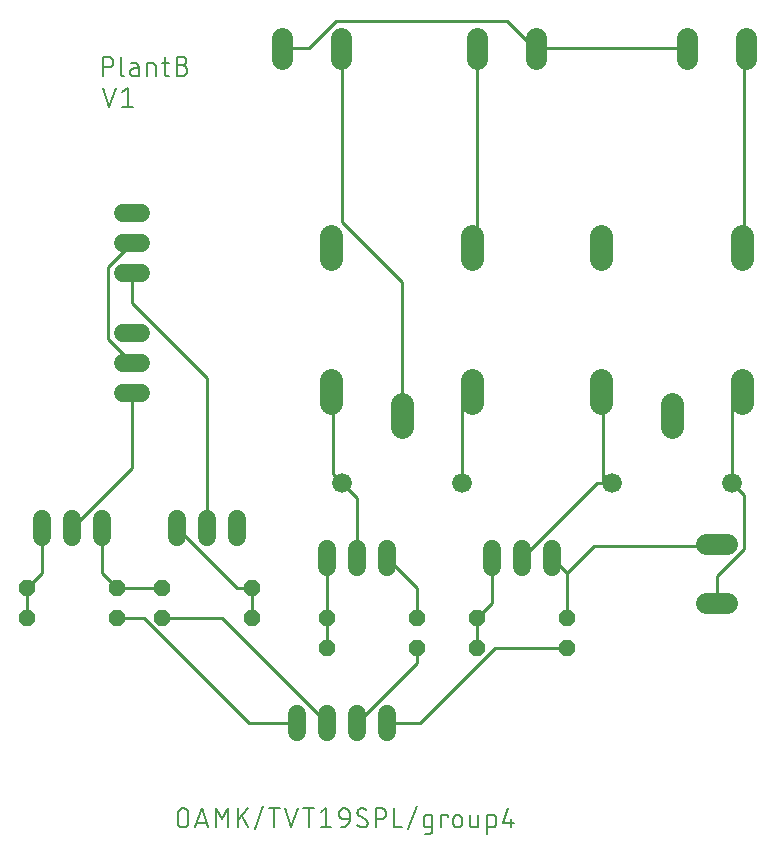
<source format=gbr>
G04 EAGLE Gerber RS-274X export*
G75*
%MOMM*%
%FSLAX34Y34*%
%LPD*%
%INTop Copper*%
%IPPOS*%
%AMOC8*
5,1,8,0,0,1.08239X$1,22.5*%
G01*
%ADD10C,0.152400*%
%ADD11C,1.790700*%
%ADD12C,1.981200*%
%ADD13C,1.524000*%
%ADD14P,1.429621X8X202.500000*%
%ADD15C,1.508000*%
%ADD16P,1.429621X8X22.500000*%
%ADD17C,1.676400*%
%ADD18C,0.254000*%


D10*
X178562Y30678D02*
X178562Y37902D01*
X178564Y38035D01*
X178570Y38167D01*
X178580Y38299D01*
X178593Y38431D01*
X178611Y38563D01*
X178632Y38693D01*
X178657Y38824D01*
X178686Y38953D01*
X178719Y39081D01*
X178755Y39209D01*
X178795Y39335D01*
X178839Y39460D01*
X178887Y39584D01*
X178938Y39706D01*
X178993Y39827D01*
X179051Y39946D01*
X179113Y40064D01*
X179178Y40179D01*
X179247Y40293D01*
X179318Y40404D01*
X179394Y40513D01*
X179472Y40620D01*
X179553Y40725D01*
X179638Y40827D01*
X179725Y40927D01*
X179815Y41024D01*
X179908Y41119D01*
X180004Y41210D01*
X180102Y41299D01*
X180203Y41385D01*
X180307Y41468D01*
X180413Y41548D01*
X180521Y41624D01*
X180631Y41698D01*
X180744Y41768D01*
X180858Y41835D01*
X180975Y41898D01*
X181093Y41958D01*
X181213Y42015D01*
X181335Y42068D01*
X181458Y42117D01*
X181582Y42163D01*
X181708Y42205D01*
X181835Y42243D01*
X181963Y42278D01*
X182092Y42309D01*
X182221Y42336D01*
X182352Y42359D01*
X182483Y42379D01*
X182615Y42394D01*
X182747Y42406D01*
X182879Y42414D01*
X183012Y42418D01*
X183144Y42418D01*
X183277Y42414D01*
X183409Y42406D01*
X183541Y42394D01*
X183673Y42379D01*
X183804Y42359D01*
X183935Y42336D01*
X184064Y42309D01*
X184193Y42278D01*
X184321Y42243D01*
X184448Y42205D01*
X184574Y42163D01*
X184698Y42117D01*
X184821Y42068D01*
X184943Y42015D01*
X185063Y41958D01*
X185181Y41898D01*
X185298Y41835D01*
X185412Y41768D01*
X185525Y41698D01*
X185635Y41624D01*
X185743Y41548D01*
X185849Y41468D01*
X185953Y41385D01*
X186054Y41299D01*
X186152Y41210D01*
X186248Y41119D01*
X186341Y41024D01*
X186431Y40927D01*
X186518Y40827D01*
X186603Y40725D01*
X186684Y40620D01*
X186762Y40513D01*
X186838Y40404D01*
X186909Y40293D01*
X186978Y40179D01*
X187043Y40064D01*
X187105Y39946D01*
X187163Y39827D01*
X187218Y39706D01*
X187269Y39584D01*
X187317Y39460D01*
X187361Y39335D01*
X187401Y39209D01*
X187437Y39081D01*
X187470Y38953D01*
X187499Y38824D01*
X187524Y38693D01*
X187545Y38563D01*
X187563Y38431D01*
X187576Y38299D01*
X187586Y38167D01*
X187592Y38035D01*
X187594Y37902D01*
X187593Y37902D02*
X187593Y30678D01*
X187594Y30678D02*
X187592Y30545D01*
X187586Y30413D01*
X187576Y30281D01*
X187563Y30149D01*
X187545Y30017D01*
X187524Y29887D01*
X187499Y29756D01*
X187470Y29627D01*
X187437Y29499D01*
X187401Y29371D01*
X187361Y29245D01*
X187317Y29120D01*
X187269Y28996D01*
X187218Y28874D01*
X187163Y28753D01*
X187105Y28634D01*
X187043Y28516D01*
X186978Y28401D01*
X186909Y28287D01*
X186838Y28176D01*
X186762Y28067D01*
X186684Y27960D01*
X186603Y27855D01*
X186518Y27753D01*
X186431Y27653D01*
X186341Y27556D01*
X186248Y27461D01*
X186152Y27370D01*
X186054Y27281D01*
X185953Y27195D01*
X185849Y27112D01*
X185743Y27032D01*
X185635Y26956D01*
X185525Y26882D01*
X185412Y26812D01*
X185298Y26745D01*
X185181Y26682D01*
X185063Y26622D01*
X184943Y26565D01*
X184821Y26512D01*
X184698Y26463D01*
X184574Y26417D01*
X184448Y26375D01*
X184321Y26337D01*
X184193Y26302D01*
X184064Y26271D01*
X183935Y26244D01*
X183804Y26221D01*
X183673Y26201D01*
X183541Y26186D01*
X183409Y26174D01*
X183277Y26166D01*
X183144Y26162D01*
X183012Y26162D01*
X182879Y26166D01*
X182747Y26174D01*
X182615Y26186D01*
X182483Y26201D01*
X182352Y26221D01*
X182221Y26244D01*
X182092Y26271D01*
X181963Y26302D01*
X181835Y26337D01*
X181708Y26375D01*
X181582Y26417D01*
X181458Y26463D01*
X181335Y26512D01*
X181213Y26565D01*
X181093Y26622D01*
X180975Y26682D01*
X180858Y26745D01*
X180744Y26812D01*
X180631Y26882D01*
X180521Y26956D01*
X180413Y27032D01*
X180307Y27112D01*
X180203Y27195D01*
X180102Y27281D01*
X180004Y27370D01*
X179908Y27461D01*
X179815Y27556D01*
X179725Y27653D01*
X179638Y27753D01*
X179553Y27855D01*
X179472Y27960D01*
X179394Y28067D01*
X179318Y28176D01*
X179247Y28287D01*
X179178Y28401D01*
X179113Y28516D01*
X179051Y28634D01*
X178993Y28753D01*
X178938Y28874D01*
X178887Y28996D01*
X178839Y29120D01*
X178795Y29245D01*
X178755Y29371D01*
X178719Y29499D01*
X178686Y29627D01*
X178657Y29756D01*
X178632Y29887D01*
X178611Y30017D01*
X178593Y30149D01*
X178580Y30281D01*
X178570Y30413D01*
X178564Y30545D01*
X178562Y30678D01*
X193290Y26162D02*
X198709Y42418D01*
X204127Y26162D01*
X202773Y30226D02*
X194645Y30226D01*
X210485Y26162D02*
X210485Y42418D01*
X215903Y33387D01*
X221322Y42418D01*
X221322Y26162D01*
X229314Y26162D02*
X229314Y42418D01*
X238345Y42418D02*
X229314Y32484D01*
X232926Y36096D02*
X238345Y26162D01*
X243553Y24356D02*
X250778Y44224D01*
X260192Y42418D02*
X260192Y26162D01*
X255676Y42418D02*
X264707Y42418D01*
X269362Y42418D02*
X274781Y26162D01*
X280199Y42418D01*
X289370Y42418D02*
X289370Y26162D01*
X284854Y42418D02*
X293886Y42418D01*
X299444Y38806D02*
X303959Y42418D01*
X303959Y26162D01*
X299444Y26162D02*
X308475Y26162D01*
X318687Y33387D02*
X324106Y33387D01*
X318687Y33387D02*
X318569Y33389D01*
X318451Y33395D01*
X318333Y33404D01*
X318216Y33418D01*
X318099Y33435D01*
X317982Y33456D01*
X317867Y33481D01*
X317752Y33510D01*
X317638Y33543D01*
X317526Y33579D01*
X317415Y33619D01*
X317305Y33662D01*
X317196Y33709D01*
X317089Y33759D01*
X316984Y33814D01*
X316881Y33871D01*
X316780Y33932D01*
X316680Y33996D01*
X316583Y34063D01*
X316488Y34133D01*
X316396Y34207D01*
X316305Y34283D01*
X316218Y34363D01*
X316133Y34445D01*
X316051Y34530D01*
X315971Y34617D01*
X315895Y34708D01*
X315821Y34800D01*
X315751Y34895D01*
X315684Y34992D01*
X315620Y35092D01*
X315559Y35193D01*
X315502Y35296D01*
X315447Y35401D01*
X315397Y35508D01*
X315350Y35617D01*
X315307Y35727D01*
X315267Y35838D01*
X315231Y35950D01*
X315198Y36064D01*
X315169Y36179D01*
X315144Y36294D01*
X315123Y36411D01*
X315106Y36528D01*
X315092Y36645D01*
X315083Y36763D01*
X315077Y36881D01*
X315075Y36999D01*
X315075Y37902D01*
X315074Y37902D02*
X315076Y38035D01*
X315082Y38167D01*
X315092Y38299D01*
X315105Y38431D01*
X315123Y38563D01*
X315144Y38693D01*
X315169Y38824D01*
X315198Y38953D01*
X315231Y39081D01*
X315267Y39209D01*
X315307Y39335D01*
X315351Y39460D01*
X315399Y39584D01*
X315450Y39706D01*
X315505Y39827D01*
X315563Y39946D01*
X315625Y40064D01*
X315690Y40179D01*
X315759Y40293D01*
X315830Y40404D01*
X315906Y40513D01*
X315984Y40620D01*
X316065Y40725D01*
X316150Y40827D01*
X316237Y40927D01*
X316327Y41024D01*
X316420Y41119D01*
X316516Y41210D01*
X316614Y41299D01*
X316715Y41385D01*
X316819Y41468D01*
X316925Y41548D01*
X317033Y41624D01*
X317143Y41698D01*
X317256Y41768D01*
X317370Y41835D01*
X317487Y41898D01*
X317605Y41958D01*
X317725Y42015D01*
X317847Y42068D01*
X317970Y42117D01*
X318094Y42163D01*
X318220Y42205D01*
X318347Y42243D01*
X318475Y42278D01*
X318604Y42309D01*
X318733Y42336D01*
X318864Y42359D01*
X318995Y42379D01*
X319127Y42394D01*
X319259Y42406D01*
X319391Y42414D01*
X319524Y42418D01*
X319656Y42418D01*
X319789Y42414D01*
X319921Y42406D01*
X320053Y42394D01*
X320185Y42379D01*
X320316Y42359D01*
X320447Y42336D01*
X320576Y42309D01*
X320705Y42278D01*
X320833Y42243D01*
X320960Y42205D01*
X321086Y42163D01*
X321210Y42117D01*
X321333Y42068D01*
X321455Y42015D01*
X321575Y41958D01*
X321693Y41898D01*
X321810Y41835D01*
X321924Y41768D01*
X322037Y41698D01*
X322147Y41624D01*
X322255Y41548D01*
X322361Y41468D01*
X322465Y41385D01*
X322566Y41299D01*
X322664Y41210D01*
X322760Y41119D01*
X322853Y41024D01*
X322943Y40927D01*
X323030Y40827D01*
X323115Y40725D01*
X323196Y40620D01*
X323274Y40513D01*
X323350Y40404D01*
X323421Y40293D01*
X323490Y40179D01*
X323555Y40064D01*
X323617Y39946D01*
X323675Y39827D01*
X323730Y39706D01*
X323781Y39584D01*
X323829Y39460D01*
X323873Y39335D01*
X323913Y39209D01*
X323949Y39081D01*
X323982Y38953D01*
X324011Y38824D01*
X324036Y38693D01*
X324057Y38563D01*
X324075Y38431D01*
X324088Y38299D01*
X324098Y38167D01*
X324104Y38035D01*
X324106Y37902D01*
X324106Y33387D01*
X324104Y33212D01*
X324098Y33038D01*
X324087Y32864D01*
X324072Y32690D01*
X324053Y32516D01*
X324030Y32343D01*
X324003Y32171D01*
X323971Y31999D01*
X323936Y31828D01*
X323896Y31658D01*
X323852Y31489D01*
X323804Y31321D01*
X323752Y31154D01*
X323696Y30989D01*
X323636Y30825D01*
X323573Y30662D01*
X323505Y30502D01*
X323433Y30342D01*
X323358Y30185D01*
X323278Y30029D01*
X323195Y29876D01*
X323109Y29724D01*
X323018Y29575D01*
X322924Y29428D01*
X322827Y29283D01*
X322726Y29140D01*
X322622Y29000D01*
X322514Y28863D01*
X322403Y28728D01*
X322289Y28596D01*
X322172Y28467D01*
X322051Y28340D01*
X321928Y28217D01*
X321801Y28096D01*
X321672Y27979D01*
X321540Y27865D01*
X321405Y27754D01*
X321268Y27646D01*
X321128Y27542D01*
X320985Y27441D01*
X320840Y27344D01*
X320693Y27250D01*
X320544Y27159D01*
X320392Y27073D01*
X320239Y26990D01*
X320083Y26910D01*
X319926Y26835D01*
X319766Y26763D01*
X319606Y26695D01*
X319443Y26632D01*
X319279Y26572D01*
X319114Y26516D01*
X318947Y26464D01*
X318779Y26416D01*
X318610Y26372D01*
X318440Y26332D01*
X318269Y26297D01*
X318097Y26265D01*
X317925Y26238D01*
X317752Y26215D01*
X317578Y26196D01*
X317404Y26181D01*
X317230Y26170D01*
X317056Y26164D01*
X316881Y26162D01*
X335604Y26162D02*
X335722Y26164D01*
X335840Y26170D01*
X335958Y26179D01*
X336075Y26193D01*
X336192Y26210D01*
X336309Y26231D01*
X336424Y26256D01*
X336539Y26285D01*
X336653Y26318D01*
X336765Y26354D01*
X336876Y26394D01*
X336986Y26437D01*
X337095Y26484D01*
X337202Y26534D01*
X337307Y26589D01*
X337410Y26646D01*
X337511Y26707D01*
X337611Y26771D01*
X337708Y26838D01*
X337803Y26908D01*
X337895Y26982D01*
X337986Y27058D01*
X338073Y27138D01*
X338158Y27220D01*
X338240Y27305D01*
X338320Y27392D01*
X338396Y27483D01*
X338470Y27575D01*
X338540Y27670D01*
X338607Y27767D01*
X338671Y27867D01*
X338732Y27968D01*
X338789Y28071D01*
X338844Y28176D01*
X338894Y28283D01*
X338941Y28392D01*
X338984Y28502D01*
X339024Y28613D01*
X339060Y28725D01*
X339093Y28839D01*
X339122Y28954D01*
X339147Y29069D01*
X339168Y29186D01*
X339185Y29303D01*
X339199Y29420D01*
X339208Y29538D01*
X339214Y29656D01*
X339216Y29774D01*
X335604Y26162D02*
X335421Y26164D01*
X335239Y26171D01*
X335057Y26182D01*
X334875Y26197D01*
X334693Y26217D01*
X334512Y26240D01*
X334332Y26269D01*
X334152Y26301D01*
X333973Y26338D01*
X333796Y26379D01*
X333619Y26425D01*
X333443Y26474D01*
X333269Y26528D01*
X333095Y26586D01*
X332924Y26648D01*
X332754Y26714D01*
X332585Y26785D01*
X332418Y26859D01*
X332253Y26937D01*
X332090Y27019D01*
X331929Y27105D01*
X331770Y27195D01*
X331613Y27289D01*
X331459Y27386D01*
X331307Y27487D01*
X331157Y27592D01*
X331010Y27700D01*
X330866Y27811D01*
X330724Y27926D01*
X330585Y28045D01*
X330449Y28167D01*
X330316Y28292D01*
X330186Y28420D01*
X330637Y38806D02*
X330639Y38924D01*
X330645Y39042D01*
X330654Y39160D01*
X330668Y39277D01*
X330685Y39394D01*
X330706Y39511D01*
X330731Y39626D01*
X330760Y39741D01*
X330793Y39855D01*
X330829Y39967D01*
X330869Y40078D01*
X330912Y40188D01*
X330959Y40297D01*
X331009Y40404D01*
X331064Y40509D01*
X331121Y40612D01*
X331182Y40713D01*
X331246Y40813D01*
X331313Y40910D01*
X331383Y41005D01*
X331457Y41097D01*
X331533Y41188D01*
X331613Y41275D01*
X331695Y41360D01*
X331780Y41442D01*
X331867Y41522D01*
X331958Y41598D01*
X332050Y41672D01*
X332145Y41742D01*
X332242Y41809D01*
X332342Y41873D01*
X332443Y41934D01*
X332546Y41992D01*
X332651Y42046D01*
X332758Y42096D01*
X332867Y42143D01*
X332977Y42187D01*
X333088Y42226D01*
X333201Y42262D01*
X333314Y42295D01*
X333429Y42324D01*
X333544Y42349D01*
X333661Y42370D01*
X333778Y42387D01*
X333895Y42401D01*
X334013Y42410D01*
X334131Y42416D01*
X334249Y42418D01*
X334410Y42416D01*
X334572Y42410D01*
X334733Y42401D01*
X334894Y42387D01*
X335054Y42370D01*
X335214Y42349D01*
X335374Y42324D01*
X335533Y42295D01*
X335691Y42263D01*
X335848Y42227D01*
X336004Y42187D01*
X336160Y42143D01*
X336314Y42095D01*
X336467Y42044D01*
X336619Y41990D01*
X336770Y41931D01*
X336919Y41870D01*
X337066Y41804D01*
X337212Y41735D01*
X337357Y41663D01*
X337499Y41587D01*
X337640Y41508D01*
X337779Y41426D01*
X337915Y41340D01*
X338050Y41251D01*
X338183Y41159D01*
X338313Y41063D01*
X332442Y35645D02*
X332341Y35707D01*
X332241Y35772D01*
X332144Y35841D01*
X332049Y35913D01*
X331956Y35987D01*
X331866Y36065D01*
X331778Y36146D01*
X331693Y36229D01*
X331611Y36315D01*
X331532Y36404D01*
X331455Y36495D01*
X331382Y36589D01*
X331311Y36685D01*
X331244Y36783D01*
X331180Y36883D01*
X331119Y36986D01*
X331062Y37090D01*
X331008Y37196D01*
X330958Y37304D01*
X330911Y37413D01*
X330867Y37524D01*
X330827Y37636D01*
X330791Y37750D01*
X330759Y37864D01*
X330730Y37980D01*
X330705Y38096D01*
X330684Y38213D01*
X330667Y38331D01*
X330653Y38449D01*
X330644Y38568D01*
X330638Y38687D01*
X330636Y38806D01*
X337410Y32935D02*
X337511Y32873D01*
X337611Y32808D01*
X337708Y32739D01*
X337803Y32667D01*
X337896Y32593D01*
X337986Y32515D01*
X338074Y32434D01*
X338159Y32351D01*
X338241Y32265D01*
X338320Y32176D01*
X338397Y32085D01*
X338470Y31991D01*
X338541Y31895D01*
X338608Y31797D01*
X338672Y31697D01*
X338733Y31594D01*
X338790Y31490D01*
X338844Y31384D01*
X338894Y31276D01*
X338941Y31167D01*
X338985Y31056D01*
X339025Y30944D01*
X339061Y30830D01*
X339093Y30716D01*
X339122Y30600D01*
X339147Y30484D01*
X339168Y30367D01*
X339185Y30249D01*
X339199Y30131D01*
X339208Y30012D01*
X339214Y29893D01*
X339216Y29774D01*
X337410Y32935D02*
X332443Y35645D01*
X346027Y42418D02*
X346027Y26162D01*
X346027Y42418D02*
X350543Y42418D01*
X350676Y42416D01*
X350808Y42410D01*
X350940Y42400D01*
X351072Y42387D01*
X351204Y42369D01*
X351334Y42348D01*
X351465Y42323D01*
X351594Y42294D01*
X351722Y42261D01*
X351850Y42225D01*
X351976Y42185D01*
X352101Y42141D01*
X352225Y42093D01*
X352347Y42042D01*
X352468Y41987D01*
X352587Y41929D01*
X352705Y41867D01*
X352820Y41802D01*
X352934Y41733D01*
X353045Y41662D01*
X353154Y41586D01*
X353261Y41508D01*
X353366Y41427D01*
X353468Y41342D01*
X353568Y41255D01*
X353665Y41165D01*
X353760Y41072D01*
X353851Y40976D01*
X353940Y40878D01*
X354026Y40777D01*
X354109Y40673D01*
X354189Y40567D01*
X354265Y40459D01*
X354339Y40349D01*
X354409Y40236D01*
X354476Y40122D01*
X354539Y40005D01*
X354599Y39887D01*
X354656Y39767D01*
X354709Y39645D01*
X354758Y39522D01*
X354804Y39398D01*
X354846Y39272D01*
X354884Y39145D01*
X354919Y39017D01*
X354950Y38888D01*
X354977Y38759D01*
X355000Y38628D01*
X355020Y38497D01*
X355035Y38365D01*
X355047Y38233D01*
X355055Y38101D01*
X355059Y37968D01*
X355059Y37836D01*
X355055Y37703D01*
X355047Y37571D01*
X355035Y37439D01*
X355020Y37307D01*
X355000Y37176D01*
X354977Y37045D01*
X354950Y36916D01*
X354919Y36787D01*
X354884Y36659D01*
X354846Y36532D01*
X354804Y36406D01*
X354758Y36282D01*
X354709Y36159D01*
X354656Y36037D01*
X354599Y35917D01*
X354539Y35799D01*
X354476Y35682D01*
X354409Y35568D01*
X354339Y35455D01*
X354265Y35345D01*
X354189Y35237D01*
X354109Y35131D01*
X354026Y35027D01*
X353940Y34926D01*
X353851Y34828D01*
X353760Y34732D01*
X353665Y34639D01*
X353568Y34549D01*
X353468Y34462D01*
X353366Y34377D01*
X353261Y34296D01*
X353154Y34218D01*
X353045Y34142D01*
X352934Y34071D01*
X352820Y34002D01*
X352705Y33937D01*
X352587Y33875D01*
X352468Y33817D01*
X352347Y33762D01*
X352225Y33711D01*
X352101Y33663D01*
X351976Y33619D01*
X351850Y33579D01*
X351722Y33543D01*
X351594Y33510D01*
X351465Y33481D01*
X351334Y33456D01*
X351204Y33435D01*
X351072Y33417D01*
X350940Y33404D01*
X350808Y33394D01*
X350676Y33388D01*
X350543Y33386D01*
X350543Y33387D02*
X346027Y33387D01*
X361477Y26162D02*
X361477Y42418D01*
X361477Y26162D02*
X368702Y26162D01*
X373813Y24356D02*
X381038Y44224D01*
X389476Y26162D02*
X393991Y26162D01*
X389476Y26162D02*
X389375Y26164D01*
X389274Y26170D01*
X389173Y26179D01*
X389072Y26192D01*
X388972Y26209D01*
X388873Y26230D01*
X388775Y26254D01*
X388678Y26282D01*
X388581Y26314D01*
X388486Y26349D01*
X388393Y26388D01*
X388301Y26430D01*
X388210Y26476D01*
X388122Y26525D01*
X388035Y26577D01*
X387950Y26633D01*
X387867Y26691D01*
X387787Y26753D01*
X387709Y26818D01*
X387633Y26885D01*
X387560Y26955D01*
X387490Y27028D01*
X387423Y27104D01*
X387358Y27182D01*
X387296Y27262D01*
X387238Y27345D01*
X387182Y27430D01*
X387130Y27516D01*
X387081Y27605D01*
X387035Y27696D01*
X386993Y27788D01*
X386954Y27881D01*
X386919Y27976D01*
X386887Y28073D01*
X386859Y28170D01*
X386835Y28268D01*
X386814Y28367D01*
X386797Y28467D01*
X386784Y28568D01*
X386775Y28669D01*
X386769Y28770D01*
X386767Y28871D01*
X386766Y28871D02*
X386766Y34290D01*
X386767Y34290D02*
X386769Y34391D01*
X386775Y34492D01*
X386784Y34593D01*
X386797Y34694D01*
X386814Y34794D01*
X386835Y34893D01*
X386859Y34991D01*
X386887Y35088D01*
X386919Y35185D01*
X386954Y35280D01*
X386993Y35373D01*
X387035Y35465D01*
X387081Y35556D01*
X387130Y35645D01*
X387182Y35731D01*
X387238Y35816D01*
X387296Y35899D01*
X387358Y35979D01*
X387423Y36057D01*
X387490Y36133D01*
X387560Y36206D01*
X387633Y36276D01*
X387709Y36343D01*
X387787Y36408D01*
X387867Y36470D01*
X387950Y36528D01*
X388035Y36584D01*
X388122Y36636D01*
X388210Y36685D01*
X388301Y36731D01*
X388393Y36773D01*
X388486Y36812D01*
X388581Y36847D01*
X388678Y36879D01*
X388775Y36907D01*
X388873Y36931D01*
X388972Y36952D01*
X389072Y36969D01*
X389173Y36982D01*
X389274Y36991D01*
X389375Y36997D01*
X389476Y36999D01*
X393991Y36999D01*
X393991Y23453D01*
X393989Y23349D01*
X393983Y23246D01*
X393973Y23142D01*
X393959Y23039D01*
X393941Y22937D01*
X393920Y22836D01*
X393894Y22735D01*
X393865Y22636D01*
X393832Y22537D01*
X393795Y22440D01*
X393754Y22345D01*
X393710Y22251D01*
X393662Y22159D01*
X393611Y22069D01*
X393556Y21980D01*
X393498Y21894D01*
X393436Y21811D01*
X393372Y21729D01*
X393304Y21651D01*
X393234Y21575D01*
X393161Y21501D01*
X393084Y21431D01*
X393006Y21363D01*
X392924Y21299D01*
X392841Y21237D01*
X392755Y21179D01*
X392666Y21124D01*
X392576Y21073D01*
X392484Y21025D01*
X392390Y20981D01*
X392295Y20940D01*
X392198Y20903D01*
X392099Y20870D01*
X392000Y20841D01*
X391899Y20815D01*
X391798Y20794D01*
X391696Y20776D01*
X391593Y20762D01*
X391489Y20752D01*
X391386Y20746D01*
X391282Y20744D01*
X391282Y20743D02*
X387669Y20743D01*
X401513Y26162D02*
X401513Y36999D01*
X406932Y36999D01*
X406932Y35193D01*
X411849Y33387D02*
X411849Y29774D01*
X411850Y33387D02*
X411852Y33506D01*
X411858Y33626D01*
X411868Y33745D01*
X411882Y33863D01*
X411899Y33982D01*
X411921Y34099D01*
X411946Y34216D01*
X411976Y34331D01*
X412009Y34446D01*
X412046Y34560D01*
X412086Y34672D01*
X412131Y34783D01*
X412179Y34892D01*
X412230Y35000D01*
X412285Y35106D01*
X412344Y35210D01*
X412406Y35312D01*
X412471Y35412D01*
X412540Y35510D01*
X412612Y35606D01*
X412687Y35699D01*
X412764Y35789D01*
X412845Y35877D01*
X412929Y35962D01*
X413016Y36044D01*
X413105Y36124D01*
X413197Y36200D01*
X413291Y36274D01*
X413388Y36344D01*
X413486Y36411D01*
X413587Y36475D01*
X413691Y36535D01*
X413796Y36592D01*
X413903Y36645D01*
X414011Y36695D01*
X414121Y36741D01*
X414233Y36783D01*
X414346Y36822D01*
X414460Y36857D01*
X414575Y36888D01*
X414692Y36916D01*
X414809Y36939D01*
X414926Y36959D01*
X415045Y36975D01*
X415164Y36987D01*
X415283Y36995D01*
X415402Y36999D01*
X415522Y36999D01*
X415641Y36995D01*
X415760Y36987D01*
X415879Y36975D01*
X415998Y36959D01*
X416115Y36939D01*
X416232Y36916D01*
X416349Y36888D01*
X416464Y36857D01*
X416578Y36822D01*
X416691Y36783D01*
X416803Y36741D01*
X416913Y36695D01*
X417021Y36645D01*
X417128Y36592D01*
X417233Y36535D01*
X417337Y36475D01*
X417438Y36411D01*
X417536Y36344D01*
X417633Y36274D01*
X417727Y36200D01*
X417819Y36124D01*
X417908Y36044D01*
X417995Y35962D01*
X418079Y35877D01*
X418160Y35789D01*
X418237Y35699D01*
X418312Y35606D01*
X418384Y35510D01*
X418453Y35412D01*
X418518Y35312D01*
X418580Y35210D01*
X418639Y35106D01*
X418694Y35000D01*
X418745Y34892D01*
X418793Y34783D01*
X418838Y34672D01*
X418878Y34560D01*
X418915Y34446D01*
X418948Y34331D01*
X418978Y34216D01*
X419003Y34099D01*
X419025Y33982D01*
X419042Y33863D01*
X419056Y33745D01*
X419066Y33626D01*
X419072Y33506D01*
X419074Y33387D01*
X419074Y29774D01*
X419072Y29655D01*
X419066Y29535D01*
X419056Y29416D01*
X419042Y29298D01*
X419025Y29179D01*
X419003Y29062D01*
X418978Y28945D01*
X418948Y28830D01*
X418915Y28715D01*
X418878Y28601D01*
X418838Y28489D01*
X418793Y28378D01*
X418745Y28269D01*
X418694Y28161D01*
X418639Y28055D01*
X418580Y27951D01*
X418518Y27849D01*
X418453Y27749D01*
X418384Y27651D01*
X418312Y27555D01*
X418237Y27462D01*
X418160Y27372D01*
X418079Y27284D01*
X417995Y27199D01*
X417908Y27117D01*
X417819Y27037D01*
X417727Y26961D01*
X417633Y26887D01*
X417536Y26817D01*
X417438Y26750D01*
X417337Y26686D01*
X417233Y26626D01*
X417128Y26569D01*
X417021Y26516D01*
X416913Y26466D01*
X416803Y26420D01*
X416691Y26378D01*
X416578Y26339D01*
X416464Y26304D01*
X416349Y26273D01*
X416232Y26245D01*
X416115Y26222D01*
X415998Y26202D01*
X415879Y26186D01*
X415760Y26174D01*
X415641Y26166D01*
X415522Y26162D01*
X415402Y26162D01*
X415283Y26166D01*
X415164Y26174D01*
X415045Y26186D01*
X414926Y26202D01*
X414809Y26222D01*
X414692Y26245D01*
X414575Y26273D01*
X414460Y26304D01*
X414346Y26339D01*
X414233Y26378D01*
X414121Y26420D01*
X414011Y26466D01*
X413903Y26516D01*
X413796Y26569D01*
X413691Y26626D01*
X413587Y26686D01*
X413486Y26750D01*
X413388Y26817D01*
X413291Y26887D01*
X413197Y26961D01*
X413105Y27037D01*
X413016Y27117D01*
X412929Y27199D01*
X412845Y27284D01*
X412764Y27372D01*
X412687Y27462D01*
X412612Y27555D01*
X412540Y27651D01*
X412471Y27749D01*
X412406Y27849D01*
X412344Y27951D01*
X412285Y28055D01*
X412230Y28161D01*
X412179Y28269D01*
X412131Y28378D01*
X412086Y28489D01*
X412046Y28601D01*
X412009Y28715D01*
X411976Y28830D01*
X411946Y28945D01*
X411921Y29062D01*
X411899Y29179D01*
X411882Y29298D01*
X411868Y29416D01*
X411858Y29535D01*
X411852Y29655D01*
X411850Y29774D01*
X425918Y28871D02*
X425918Y36999D01*
X425918Y28871D02*
X425920Y28770D01*
X425926Y28669D01*
X425935Y28568D01*
X425948Y28467D01*
X425965Y28367D01*
X425986Y28268D01*
X426010Y28170D01*
X426038Y28073D01*
X426070Y27976D01*
X426105Y27881D01*
X426144Y27788D01*
X426186Y27696D01*
X426232Y27605D01*
X426281Y27516D01*
X426333Y27430D01*
X426389Y27345D01*
X426447Y27262D01*
X426509Y27182D01*
X426574Y27104D01*
X426641Y27028D01*
X426711Y26955D01*
X426784Y26885D01*
X426860Y26818D01*
X426938Y26753D01*
X427018Y26691D01*
X427101Y26633D01*
X427186Y26577D01*
X427273Y26525D01*
X427361Y26476D01*
X427452Y26430D01*
X427544Y26388D01*
X427637Y26349D01*
X427732Y26314D01*
X427829Y26282D01*
X427926Y26254D01*
X428024Y26230D01*
X428123Y26209D01*
X428223Y26192D01*
X428324Y26179D01*
X428425Y26170D01*
X428526Y26164D01*
X428627Y26162D01*
X433142Y26162D01*
X433142Y36999D01*
X440580Y36999D02*
X440580Y20743D01*
X440580Y36999D02*
X445095Y36999D01*
X445199Y36997D01*
X445302Y36991D01*
X445406Y36981D01*
X445509Y36967D01*
X445611Y36949D01*
X445712Y36928D01*
X445813Y36902D01*
X445912Y36873D01*
X446011Y36840D01*
X446108Y36803D01*
X446203Y36762D01*
X446297Y36718D01*
X446389Y36670D01*
X446479Y36619D01*
X446568Y36564D01*
X446654Y36506D01*
X446737Y36444D01*
X446819Y36380D01*
X446897Y36312D01*
X446973Y36242D01*
X447047Y36169D01*
X447117Y36092D01*
X447185Y36014D01*
X447249Y35932D01*
X447311Y35849D01*
X447369Y35763D01*
X447424Y35674D01*
X447475Y35584D01*
X447523Y35492D01*
X447567Y35398D01*
X447608Y35303D01*
X447645Y35206D01*
X447678Y35107D01*
X447707Y35008D01*
X447733Y34907D01*
X447754Y34806D01*
X447772Y34704D01*
X447786Y34601D01*
X447796Y34497D01*
X447802Y34394D01*
X447804Y34290D01*
X447805Y34290D02*
X447805Y28871D01*
X447804Y28871D02*
X447802Y28770D01*
X447796Y28669D01*
X447787Y28568D01*
X447774Y28467D01*
X447757Y28367D01*
X447736Y28268D01*
X447712Y28170D01*
X447684Y28073D01*
X447652Y27976D01*
X447617Y27881D01*
X447578Y27788D01*
X447536Y27696D01*
X447490Y27605D01*
X447441Y27516D01*
X447389Y27430D01*
X447333Y27345D01*
X447275Y27262D01*
X447213Y27182D01*
X447148Y27104D01*
X447081Y27028D01*
X447011Y26955D01*
X446938Y26885D01*
X446862Y26818D01*
X446784Y26753D01*
X446704Y26691D01*
X446621Y26633D01*
X446536Y26577D01*
X446450Y26525D01*
X446361Y26476D01*
X446270Y26430D01*
X446178Y26388D01*
X446085Y26349D01*
X445990Y26314D01*
X445893Y26282D01*
X445796Y26254D01*
X445698Y26230D01*
X445599Y26209D01*
X445499Y26192D01*
X445398Y26179D01*
X445297Y26170D01*
X445196Y26164D01*
X445095Y26162D01*
X440580Y26162D01*
X454193Y29774D02*
X457805Y42418D01*
X454193Y29774D02*
X463224Y29774D01*
X460514Y26162D02*
X460514Y33387D01*
X115062Y662432D02*
X115062Y678688D01*
X119578Y678688D01*
X119711Y678686D01*
X119843Y678680D01*
X119975Y678670D01*
X120107Y678657D01*
X120239Y678639D01*
X120369Y678618D01*
X120500Y678593D01*
X120629Y678564D01*
X120757Y678531D01*
X120885Y678495D01*
X121011Y678455D01*
X121136Y678411D01*
X121260Y678363D01*
X121382Y678312D01*
X121503Y678257D01*
X121622Y678199D01*
X121740Y678137D01*
X121855Y678072D01*
X121969Y678003D01*
X122080Y677932D01*
X122189Y677856D01*
X122296Y677778D01*
X122401Y677697D01*
X122503Y677612D01*
X122603Y677525D01*
X122700Y677435D01*
X122795Y677342D01*
X122886Y677246D01*
X122975Y677148D01*
X123061Y677047D01*
X123144Y676943D01*
X123224Y676837D01*
X123300Y676729D01*
X123374Y676619D01*
X123444Y676506D01*
X123511Y676392D01*
X123574Y676275D01*
X123634Y676157D01*
X123691Y676037D01*
X123744Y675915D01*
X123793Y675792D01*
X123839Y675668D01*
X123881Y675542D01*
X123919Y675415D01*
X123954Y675287D01*
X123985Y675158D01*
X124012Y675029D01*
X124035Y674898D01*
X124055Y674767D01*
X124070Y674635D01*
X124082Y674503D01*
X124090Y674371D01*
X124094Y674238D01*
X124094Y674106D01*
X124090Y673973D01*
X124082Y673841D01*
X124070Y673709D01*
X124055Y673577D01*
X124035Y673446D01*
X124012Y673315D01*
X123985Y673186D01*
X123954Y673057D01*
X123919Y672929D01*
X123881Y672802D01*
X123839Y672676D01*
X123793Y672552D01*
X123744Y672429D01*
X123691Y672307D01*
X123634Y672187D01*
X123574Y672069D01*
X123511Y671952D01*
X123444Y671838D01*
X123374Y671725D01*
X123300Y671615D01*
X123224Y671507D01*
X123144Y671401D01*
X123061Y671297D01*
X122975Y671196D01*
X122886Y671098D01*
X122795Y671002D01*
X122700Y670909D01*
X122603Y670819D01*
X122503Y670732D01*
X122401Y670647D01*
X122296Y670566D01*
X122189Y670488D01*
X122080Y670412D01*
X121969Y670341D01*
X121855Y670272D01*
X121740Y670207D01*
X121622Y670145D01*
X121503Y670087D01*
X121382Y670032D01*
X121260Y669981D01*
X121136Y669933D01*
X121011Y669889D01*
X120885Y669849D01*
X120757Y669813D01*
X120629Y669780D01*
X120500Y669751D01*
X120369Y669726D01*
X120239Y669705D01*
X120107Y669687D01*
X119975Y669674D01*
X119843Y669664D01*
X119711Y669658D01*
X119578Y669656D01*
X119578Y669657D02*
X115062Y669657D01*
X130059Y665141D02*
X130059Y678688D01*
X130059Y665141D02*
X130061Y665040D01*
X130067Y664939D01*
X130076Y664838D01*
X130089Y664737D01*
X130106Y664637D01*
X130127Y664538D01*
X130151Y664440D01*
X130179Y664343D01*
X130211Y664246D01*
X130246Y664151D01*
X130285Y664058D01*
X130327Y663966D01*
X130373Y663875D01*
X130422Y663787D01*
X130474Y663700D01*
X130530Y663615D01*
X130588Y663532D01*
X130650Y663452D01*
X130715Y663374D01*
X130782Y663298D01*
X130852Y663225D01*
X130925Y663155D01*
X131001Y663088D01*
X131079Y663023D01*
X131159Y662961D01*
X131242Y662903D01*
X131327Y662847D01*
X131414Y662795D01*
X131502Y662746D01*
X131593Y662700D01*
X131685Y662658D01*
X131778Y662619D01*
X131873Y662584D01*
X131970Y662552D01*
X132067Y662524D01*
X132165Y662500D01*
X132264Y662479D01*
X132364Y662462D01*
X132465Y662449D01*
X132566Y662440D01*
X132667Y662434D01*
X132768Y662432D01*
X141247Y668754D02*
X145311Y668754D01*
X141247Y668754D02*
X141135Y668752D01*
X141024Y668746D01*
X140913Y668736D01*
X140802Y668723D01*
X140692Y668705D01*
X140583Y668683D01*
X140474Y668658D01*
X140366Y668629D01*
X140260Y668596D01*
X140154Y668559D01*
X140050Y668519D01*
X139948Y668475D01*
X139847Y668427D01*
X139748Y668376D01*
X139650Y668321D01*
X139555Y668263D01*
X139462Y668202D01*
X139371Y668137D01*
X139282Y668069D01*
X139196Y667998D01*
X139113Y667925D01*
X139032Y667848D01*
X138953Y667768D01*
X138878Y667686D01*
X138806Y667601D01*
X138736Y667514D01*
X138670Y667424D01*
X138607Y667332D01*
X138547Y667237D01*
X138491Y667141D01*
X138438Y667043D01*
X138389Y666943D01*
X138343Y666841D01*
X138301Y666738D01*
X138262Y666633D01*
X138227Y666527D01*
X138196Y666420D01*
X138169Y666312D01*
X138145Y666203D01*
X138126Y666093D01*
X138110Y665983D01*
X138098Y665872D01*
X138090Y665760D01*
X138086Y665649D01*
X138086Y665537D01*
X138090Y665426D01*
X138098Y665314D01*
X138110Y665203D01*
X138126Y665093D01*
X138145Y664983D01*
X138169Y664874D01*
X138196Y664766D01*
X138227Y664659D01*
X138262Y664553D01*
X138301Y664448D01*
X138343Y664345D01*
X138389Y664243D01*
X138438Y664143D01*
X138491Y664045D01*
X138547Y663949D01*
X138607Y663854D01*
X138670Y663762D01*
X138736Y663672D01*
X138806Y663585D01*
X138878Y663500D01*
X138953Y663418D01*
X139032Y663338D01*
X139113Y663261D01*
X139196Y663188D01*
X139282Y663117D01*
X139371Y663049D01*
X139462Y662984D01*
X139555Y662923D01*
X139650Y662865D01*
X139748Y662810D01*
X139847Y662759D01*
X139948Y662711D01*
X140050Y662667D01*
X140154Y662627D01*
X140260Y662590D01*
X140366Y662557D01*
X140474Y662528D01*
X140583Y662503D01*
X140692Y662481D01*
X140802Y662463D01*
X140913Y662450D01*
X141024Y662440D01*
X141135Y662434D01*
X141247Y662432D01*
X145311Y662432D01*
X145311Y670560D01*
X145310Y670560D02*
X145308Y670661D01*
X145302Y670762D01*
X145293Y670863D01*
X145280Y670964D01*
X145263Y671064D01*
X145242Y671163D01*
X145218Y671261D01*
X145190Y671358D01*
X145158Y671455D01*
X145123Y671550D01*
X145084Y671643D01*
X145042Y671735D01*
X144996Y671826D01*
X144947Y671915D01*
X144895Y672001D01*
X144839Y672086D01*
X144781Y672169D01*
X144719Y672249D01*
X144654Y672327D01*
X144587Y672403D01*
X144517Y672476D01*
X144444Y672546D01*
X144368Y672613D01*
X144290Y672678D01*
X144210Y672740D01*
X144127Y672798D01*
X144042Y672854D01*
X143956Y672906D01*
X143867Y672955D01*
X143776Y673001D01*
X143684Y673043D01*
X143591Y673082D01*
X143496Y673117D01*
X143399Y673149D01*
X143302Y673177D01*
X143204Y673201D01*
X143105Y673222D01*
X143005Y673239D01*
X142904Y673252D01*
X142803Y673261D01*
X142702Y673267D01*
X142601Y673269D01*
X138989Y673269D01*
X152748Y673269D02*
X152748Y662432D01*
X152748Y673269D02*
X157264Y673269D01*
X157368Y673267D01*
X157471Y673261D01*
X157575Y673251D01*
X157678Y673237D01*
X157780Y673219D01*
X157881Y673198D01*
X157982Y673172D01*
X158081Y673143D01*
X158180Y673110D01*
X158277Y673073D01*
X158372Y673032D01*
X158466Y672988D01*
X158558Y672940D01*
X158648Y672889D01*
X158737Y672834D01*
X158823Y672776D01*
X158906Y672714D01*
X158988Y672650D01*
X159066Y672582D01*
X159142Y672512D01*
X159216Y672439D01*
X159286Y672362D01*
X159354Y672284D01*
X159418Y672202D01*
X159480Y672119D01*
X159538Y672033D01*
X159593Y671944D01*
X159644Y671854D01*
X159692Y671762D01*
X159736Y671668D01*
X159777Y671573D01*
X159814Y671476D01*
X159847Y671377D01*
X159876Y671278D01*
X159902Y671177D01*
X159923Y671076D01*
X159941Y670974D01*
X159955Y670871D01*
X159965Y670767D01*
X159971Y670664D01*
X159973Y670560D01*
X159973Y662432D01*
X165519Y673269D02*
X170938Y673269D01*
X167325Y678688D02*
X167325Y665141D01*
X167327Y665040D01*
X167333Y664939D01*
X167342Y664838D01*
X167355Y664737D01*
X167372Y664637D01*
X167393Y664538D01*
X167417Y664440D01*
X167445Y664343D01*
X167477Y664246D01*
X167512Y664151D01*
X167551Y664058D01*
X167593Y663966D01*
X167639Y663875D01*
X167688Y663787D01*
X167740Y663700D01*
X167796Y663615D01*
X167854Y663532D01*
X167916Y663452D01*
X167981Y663374D01*
X168048Y663298D01*
X168118Y663225D01*
X168191Y663155D01*
X168267Y663088D01*
X168345Y663023D01*
X168425Y662961D01*
X168508Y662903D01*
X168593Y662847D01*
X168680Y662795D01*
X168768Y662746D01*
X168859Y662700D01*
X168951Y662658D01*
X169044Y662619D01*
X169139Y662584D01*
X169236Y662552D01*
X169333Y662524D01*
X169431Y662500D01*
X169530Y662479D01*
X169630Y662462D01*
X169731Y662449D01*
X169832Y662440D01*
X169933Y662434D01*
X170034Y662432D01*
X170938Y662432D01*
X177587Y671463D02*
X182102Y671463D01*
X182102Y671464D02*
X182235Y671462D01*
X182367Y671456D01*
X182499Y671446D01*
X182631Y671433D01*
X182763Y671415D01*
X182893Y671394D01*
X183024Y671369D01*
X183153Y671340D01*
X183281Y671307D01*
X183409Y671271D01*
X183535Y671231D01*
X183660Y671187D01*
X183784Y671139D01*
X183906Y671088D01*
X184027Y671033D01*
X184146Y670975D01*
X184264Y670913D01*
X184379Y670848D01*
X184493Y670779D01*
X184604Y670708D01*
X184713Y670632D01*
X184820Y670554D01*
X184925Y670473D01*
X185027Y670388D01*
X185127Y670301D01*
X185224Y670211D01*
X185319Y670118D01*
X185410Y670022D01*
X185499Y669924D01*
X185585Y669823D01*
X185668Y669719D01*
X185748Y669613D01*
X185824Y669505D01*
X185898Y669395D01*
X185968Y669282D01*
X186035Y669168D01*
X186098Y669051D01*
X186158Y668933D01*
X186215Y668813D01*
X186268Y668691D01*
X186317Y668568D01*
X186363Y668444D01*
X186405Y668318D01*
X186443Y668191D01*
X186478Y668063D01*
X186509Y667934D01*
X186536Y667805D01*
X186559Y667674D01*
X186579Y667543D01*
X186594Y667411D01*
X186606Y667279D01*
X186614Y667147D01*
X186618Y667014D01*
X186618Y666882D01*
X186614Y666749D01*
X186606Y666617D01*
X186594Y666485D01*
X186579Y666353D01*
X186559Y666222D01*
X186536Y666091D01*
X186509Y665962D01*
X186478Y665833D01*
X186443Y665705D01*
X186405Y665578D01*
X186363Y665452D01*
X186317Y665328D01*
X186268Y665205D01*
X186215Y665083D01*
X186158Y664963D01*
X186098Y664845D01*
X186035Y664728D01*
X185968Y664614D01*
X185898Y664501D01*
X185824Y664391D01*
X185748Y664283D01*
X185668Y664177D01*
X185585Y664073D01*
X185499Y663972D01*
X185410Y663874D01*
X185319Y663778D01*
X185224Y663685D01*
X185127Y663595D01*
X185027Y663508D01*
X184925Y663423D01*
X184820Y663342D01*
X184713Y663264D01*
X184604Y663188D01*
X184493Y663117D01*
X184379Y663048D01*
X184264Y662983D01*
X184146Y662921D01*
X184027Y662863D01*
X183906Y662808D01*
X183784Y662757D01*
X183660Y662709D01*
X183535Y662665D01*
X183409Y662625D01*
X183281Y662589D01*
X183153Y662556D01*
X183024Y662527D01*
X182893Y662502D01*
X182763Y662481D01*
X182631Y662463D01*
X182499Y662450D01*
X182367Y662440D01*
X182235Y662434D01*
X182102Y662432D01*
X177587Y662432D01*
X177587Y678688D01*
X182102Y678688D01*
X182221Y678686D01*
X182341Y678680D01*
X182460Y678670D01*
X182578Y678656D01*
X182697Y678639D01*
X182814Y678617D01*
X182931Y678592D01*
X183046Y678562D01*
X183161Y678529D01*
X183275Y678492D01*
X183387Y678452D01*
X183498Y678407D01*
X183607Y678359D01*
X183715Y678308D01*
X183821Y678253D01*
X183925Y678194D01*
X184027Y678132D01*
X184127Y678067D01*
X184225Y677998D01*
X184321Y677926D01*
X184414Y677851D01*
X184504Y677774D01*
X184592Y677693D01*
X184677Y677609D01*
X184759Y677522D01*
X184839Y677433D01*
X184915Y677341D01*
X184989Y677247D01*
X185059Y677150D01*
X185126Y677052D01*
X185190Y676951D01*
X185250Y676847D01*
X185307Y676742D01*
X185360Y676635D01*
X185410Y676527D01*
X185456Y676417D01*
X185498Y676305D01*
X185537Y676192D01*
X185572Y676078D01*
X185603Y675963D01*
X185631Y675846D01*
X185654Y675729D01*
X185674Y675612D01*
X185690Y675493D01*
X185702Y675374D01*
X185710Y675255D01*
X185714Y675136D01*
X185714Y675016D01*
X185710Y674897D01*
X185702Y674778D01*
X185690Y674659D01*
X185674Y674540D01*
X185654Y674423D01*
X185631Y674306D01*
X185603Y674189D01*
X185572Y674074D01*
X185537Y673960D01*
X185498Y673847D01*
X185456Y673735D01*
X185410Y673625D01*
X185360Y673517D01*
X185307Y673410D01*
X185250Y673305D01*
X185190Y673201D01*
X185126Y673100D01*
X185059Y673002D01*
X184989Y672905D01*
X184915Y672811D01*
X184839Y672719D01*
X184759Y672630D01*
X184677Y672543D01*
X184592Y672459D01*
X184504Y672378D01*
X184414Y672301D01*
X184321Y672226D01*
X184225Y672154D01*
X184127Y672085D01*
X184027Y672020D01*
X183925Y671958D01*
X183821Y671899D01*
X183715Y671844D01*
X183607Y671793D01*
X183498Y671745D01*
X183387Y671700D01*
X183275Y671660D01*
X183161Y671623D01*
X183046Y671590D01*
X182931Y671560D01*
X182814Y671535D01*
X182697Y671513D01*
X182578Y671496D01*
X182460Y671482D01*
X182341Y671472D01*
X182221Y671466D01*
X182102Y671464D01*
X115062Y652018D02*
X120481Y635762D01*
X125899Y652018D01*
X131596Y648406D02*
X136112Y652018D01*
X136112Y635762D01*
X140627Y635762D02*
X131596Y635762D01*
D11*
X626047Y216300D02*
X643954Y216300D01*
X643954Y266300D02*
X626047Y266300D01*
X660000Y676847D02*
X660000Y694754D01*
X610000Y694754D02*
X610000Y676847D01*
X317100Y676847D02*
X317100Y694754D01*
X267100Y694754D02*
X267100Y676847D01*
D12*
X368300Y384556D02*
X368300Y364744D01*
X427990Y385064D02*
X427990Y404876D01*
X308610Y404876D02*
X308610Y385064D01*
X308610Y506984D02*
X308610Y526796D01*
X427990Y526796D02*
X427990Y506984D01*
X596900Y384556D02*
X596900Y364744D01*
X656590Y385064D02*
X656590Y404876D01*
X537210Y404876D02*
X537210Y385064D01*
X537210Y506984D02*
X537210Y526796D01*
X656590Y526796D02*
X656590Y506984D01*
D11*
X482200Y676847D02*
X482200Y694754D01*
X432200Y694754D02*
X432200Y676847D01*
D13*
X304800Y261620D02*
X304800Y246380D01*
X330200Y246380D02*
X330200Y261620D01*
X355600Y261620D02*
X355600Y246380D01*
X444500Y246380D02*
X444500Y261620D01*
X469900Y261620D02*
X469900Y246380D01*
X495300Y246380D02*
X495300Y261620D01*
D14*
X381000Y203200D03*
X304800Y203200D03*
X508000Y203200D03*
X431800Y203200D03*
D15*
X147240Y546100D02*
X132160Y546100D01*
X132160Y520700D02*
X147240Y520700D01*
X147240Y495300D02*
X132160Y495300D01*
X132160Y444500D02*
X147240Y444500D01*
X147240Y419100D02*
X132160Y419100D01*
X132160Y393700D02*
X147240Y393700D01*
D13*
X177800Y287020D02*
X177800Y271780D01*
X203200Y271780D02*
X203200Y287020D01*
X228600Y287020D02*
X228600Y271780D01*
X63500Y271780D02*
X63500Y287020D01*
X88900Y287020D02*
X88900Y271780D01*
X114300Y271780D02*
X114300Y287020D01*
D14*
X127000Y228600D03*
X50800Y228600D03*
D16*
X165100Y228600D03*
X241300Y228600D03*
D14*
X508000Y177800D03*
X431800Y177800D03*
X381000Y177800D03*
X304800Y177800D03*
D16*
X165100Y203200D03*
X241300Y203200D03*
D14*
X127000Y203200D03*
X50800Y203200D03*
D17*
X317500Y317500D03*
X419100Y317500D03*
X546100Y317500D03*
X647700Y317500D03*
D13*
X355600Y121920D02*
X355600Y106680D01*
X330200Y106680D02*
X330200Y121920D01*
X304800Y121920D02*
X304800Y106680D01*
X279400Y106680D02*
X279400Y121920D01*
D18*
X330200Y254000D02*
X330200Y304800D01*
X317500Y317500D01*
X309880Y325120D02*
X309880Y393700D01*
X309880Y325120D02*
X317500Y317500D01*
X309880Y393700D02*
X308610Y394970D01*
X317500Y538480D02*
X317500Y685800D01*
X317500Y538480D02*
X368300Y487680D01*
X368300Y374650D01*
X317500Y685800D02*
X317100Y685800D01*
X289560Y685800D02*
X267100Y685800D01*
X289560Y685800D02*
X312420Y708660D01*
X457200Y708660D01*
X480060Y685800D01*
X482200Y685800D01*
X610000Y685800D01*
X304800Y203200D02*
X304800Y177800D01*
X304800Y203200D02*
X304800Y254000D01*
X469900Y254000D02*
X533400Y317500D01*
X538480Y317500D01*
X538480Y393700D01*
X537210Y394970D01*
X538480Y317500D02*
X546100Y317500D01*
X431800Y203200D02*
X431800Y177800D01*
X444500Y215900D02*
X444500Y254000D01*
X444500Y215900D02*
X431800Y203200D01*
X508000Y203200D02*
X508000Y241300D01*
X495300Y254000D01*
X530860Y264160D02*
X635000Y264160D01*
X530860Y264160D02*
X508000Y241300D01*
X635000Y264160D02*
X635000Y266300D01*
X381000Y228600D02*
X381000Y203200D01*
X381000Y228600D02*
X355600Y254000D01*
X165100Y228600D02*
X127000Y228600D01*
X114300Y241300D02*
X114300Y279400D01*
X114300Y241300D02*
X127000Y228600D01*
X657860Y518160D02*
X657860Y685800D01*
X660000Y685800D01*
X657860Y518160D02*
X656590Y516890D01*
X431800Y520700D02*
X431800Y685800D01*
X431800Y520700D02*
X427990Y516890D01*
X431800Y685800D02*
X432200Y685800D01*
X50800Y228600D02*
X50800Y203200D01*
X63500Y241300D02*
X63500Y279400D01*
X63500Y241300D02*
X50800Y228600D01*
X241300Y228600D02*
X241300Y203200D01*
X228600Y228600D02*
X177800Y279400D01*
X228600Y228600D02*
X241300Y228600D01*
X139700Y330200D02*
X139700Y393700D01*
X139700Y330200D02*
X88900Y279400D01*
X139700Y469900D02*
X139700Y495300D01*
X139700Y469900D02*
X203200Y406400D01*
X203200Y279400D01*
X647700Y317500D02*
X647700Y386080D01*
X656590Y394970D01*
X635000Y238760D02*
X635000Y216300D01*
X635000Y238760D02*
X657860Y261620D01*
X657860Y307340D01*
X647700Y317500D01*
X139700Y419100D02*
X119380Y439420D01*
X119380Y500380D01*
X139700Y520700D01*
X419100Y386080D02*
X419100Y317500D01*
X419100Y386080D02*
X427990Y394970D01*
X149860Y203200D02*
X127000Y203200D01*
X149860Y203200D02*
X238760Y114300D01*
X279400Y114300D01*
X447040Y177800D02*
X508000Y177800D01*
X447040Y177800D02*
X383540Y114300D01*
X355600Y114300D01*
X381000Y165100D02*
X381000Y177800D01*
X381000Y165100D02*
X330200Y114300D01*
X215900Y203200D02*
X165100Y203200D01*
X215900Y203200D02*
X304800Y114300D01*
M02*

</source>
